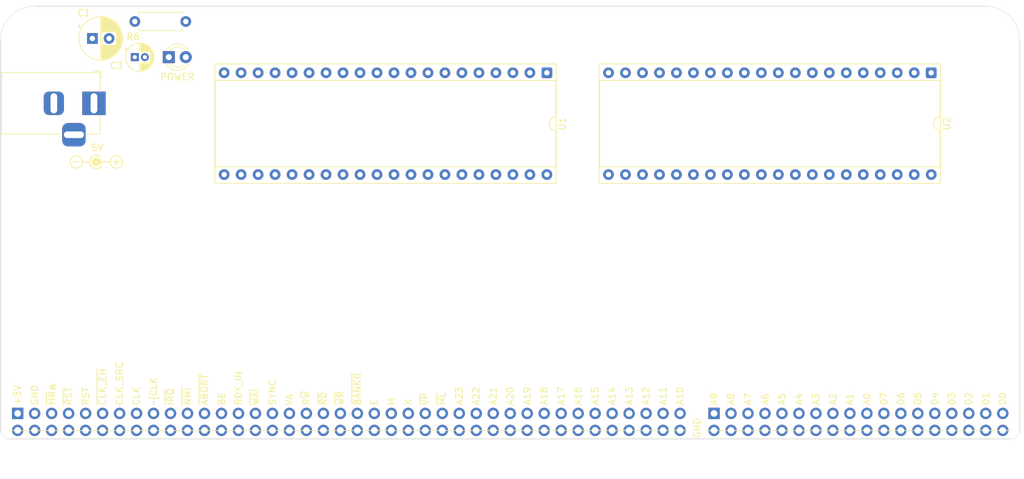
<source format=kicad_pcb>
(kicad_pcb (version 20241229) (generator "pcbnew") (generator_version "9.0")
  (title_block (title "65C816 Breakout Board") (date "2022-08-31") (rev "A.27") (comment 2 "https://github.com/adrienkohlbecker/BB816/tree/main/hardware/breakout") (comment 3 "Licensed under CERN-OHL-W v2") (comment 4 "Copyright © 2022 Adrien Kohlbecker"))
  (layers (0 "F.Cu" signal) (4 "In1.Cu" power) (6 "In2.Cu" power) (2 "B.Cu" signal) (13 "F.Paste" user) (15 "B.Paste" user) (5 "F.SilkS" user "F.Silkscreen") (7 "B.SilkS" user "B.Silkscreen") (1 "F.Mask" user) (3 "B.Mask" user) (25 "Edge.Cuts" user))
  (net 0 "")
  (net 1 "VCC")
  (net 2 "GND")
  (net 3 "/~{MR}⎒")
  (net 4 "Net-(D1-A)")
  (net 6 "/RST")
  (net 7 "/~{RST}")
  (net 8 "/CLK_SRC")
  (net 9 "/~{CLK_EN}")
  (net 10 "/CLK")
  (net 11 "/~{CLK}")
  (net 12 "/~{IRQ}")
  (net 13 "/~{NMI}")
  (net 14 "/~{ABORT}")
  (net 15 "/BE")
  (net 16 "/RDY_IN")
  (net 17 "/~{WAI}")
  (net 18 "/SYNC")
  (net 19 "/VA")
  (net 20 "/R~{W}")
  (net 21 "/~{RD}")
  (net 22 "/~{WR}")
  (net 23 "/E")
  (net 24 "/M")
  (net 25 "/X")
  (net 26 "/~{VP}")
  (net 27 "/~{ML}")
  (net 28 "/~{BANK0}")
  (net 29 "/A23")
  (net 30 "/A22")
  (net 31 "/A21")
  (net 32 "/A20")
  (net 33 "/A19")
  (net 34 "/A18")
  (net 35 "/A17")
  (net 36 "/A16")
  (net 37 "/A15")
  (net 38 "/A14")
  (net 39 "/A13")
  (net 40 "/A12")
  (net 41 "/A11")
  (net 42 "/A10")
  (net 43 "/A9")
  (net 44 "/A8")
  (net 45 "/A7")
  (net 46 "/A6")
  (net 47 "/A5")
  (net 48 "/A4")
  (net 49 "/A3")
  (net 50 "/A2")
  (net 51 "/A1")
  (net 52 "/A0")
  (net 53 "/D7")
  (net 54 "/D6")
  (net 55 "/D5")
  (net 56 "/D4")
  (net 57 "/D3")
  (net 58 "/D2")
  (net 59 "/D1")
  (net 60 "/D0")
  (footprint "Resistor_THT:R_Axial_DIN0207_L6.3mm_D2.5mm_P7.62mm_Horizontal" (layer "F.Cu") (at 53.081 68.326 180)
    (property "Reference" "R6" (at 7.874 -2.286 0) (layer "F.SilkS"))
    (property "Value" "1k")
    (pad "1" thru_hole circle (at 0 0 180) (size 1.6 1.6) (drill 0.8) (layers "*.Cu" "*.Mask") (net 4 "Net-(D1-A)"))
    (pad "2" thru_hole oval (at 7.62 0 180) (size 1.6 1.6) (drill 0.8) (layers "*.Cu" "*.Mask") (net 1 "VCC"))
  )
  (footprint "Package_DIP:DIP-40_W15.24mm_Socket" (layer "F.Cu") (at 107.08 76 -90)
    (property "Reference" "U1" (at 7.62 -2.33 90) (layer "F.SilkS"))
    (property "Value" "W65C22SxP")
    (pad "1" thru_hole roundrect (at 0 0 270) (size 1.6 1.6) (drill 0.8) (layers "*.Cu" "*.Mask") (roundrect_rratio 0.15625))
    (pad "2" thru_hole circle (at 0 2.54 270) (size 1.6 1.6) (drill 0.8) (layers "*.Cu" "*.Mask"))
    (pad "3" thru_hole circle (at 0 5.08 270) (size 1.6 1.6) (drill 0.8) (layers "*.Cu" "*.Mask"))
    (pad "4" thru_hole circle (at 0 7.62 270) (size 1.6 1.6) (drill 0.8) (layers "*.Cu" "*.Mask"))
    (pad "5" thru_hole circle (at 0 10.16 270) (size 1.6 1.6) (drill 0.8) (layers "*.Cu" "*.Mask"))
    (pad "6" thru_hole circle (at 0 12.7 270) (size 1.6 1.6) (drill 0.8) (layers "*.Cu" "*.Mask"))
    (pad "7" thru_hole circle (at 0 15.24 270) (size 1.6 1.6) (drill 0.8) (layers "*.Cu" "*.Mask"))
    (pad "8" thru_hole circle (at 0 17.78 270) (size 1.6 1.6) (drill 0.8) (layers "*.Cu" "*.Mask"))
    (pad "9" thru_hole circle (at 0 20.32 270) (size 1.6 1.6) (drill 0.8) (layers "*.Cu" "*.Mask"))
    (pad "10" thru_hole circle (at 0 22.86 270) (size 1.6 1.6) (drill 0.8) (layers "*.Cu" "*.Mask"))
    (pad "11" thru_hole circle (at 0 25.4 270) (size 1.6 1.6) (drill 0.8) (layers "*.Cu" "*.Mask"))
    (pad "12" thru_hole circle (at 0 27.94 270) (size 1.6 1.6) (drill 0.8) (layers "*.Cu" "*.Mask"))
    (pad "13" thru_hole circle (at 0 30.48 270) (size 1.6 1.6) (drill 0.8) (layers "*.Cu" "*.Mask"))
    (pad "14" thru_hole circle (at 0 33.02 270) (size 1.6 1.6) (drill 0.8) (layers "*.Cu" "*.Mask"))
    (pad "15" thru_hole circle (at 0 35.56 270) (size 1.6 1.6) (drill 0.8) (layers "*.Cu" "*.Mask"))
    (pad "16" thru_hole circle (at 0 38.1 270) (size 1.6 1.6) (drill 0.8) (layers "*.Cu" "*.Mask"))
    (pad "17" thru_hole circle (at 0 40.64 270) (size 1.6 1.6) (drill 0.8) (layers "*.Cu" "*.Mask"))
    (pad "18" thru_hole circle (at 0 43.18 270) (size 1.6 1.6) (drill 0.8) (layers "*.Cu" "*.Mask"))
    (pad "19" thru_hole circle (at 0 45.72 270) (size 1.6 1.6) (drill 0.8) (layers "*.Cu" "*.Mask"))
    (pad "20" thru_hole circle (at 0 48.26 270) (size 1.6 1.6) (drill 0.8) (layers "*.Cu" "*.Mask"))
    (pad "21" thru_hole circle (at 15.24 48.26 270) (size 1.6 1.6) (drill 0.8) (layers "*.Cu" "*.Mask"))
    (pad "22" thru_hole circle (at 15.24 45.72 270) (size 1.6 1.6) (drill 0.8) (layers "*.Cu" "*.Mask"))
    (pad "23" thru_hole circle (at 15.24 43.18 270) (size 1.6 1.6) (drill 0.8) (layers "*.Cu" "*.Mask"))
    (pad "24" thru_hole circle (at 15.24 40.64 270) (size 1.6 1.6) (drill 0.8) (layers "*.Cu" "*.Mask"))
    (pad "25" thru_hole circle (at 15.24 38.1 270) (size 1.6 1.6) (drill 0.8) (layers "*.Cu" "*.Mask"))
    (pad "26" thru_hole circle (at 15.24 35.56 270) (size 1.6 1.6) (drill 0.8) (layers "*.Cu" "*.Mask"))
    (pad "27" thru_hole circle (at 15.24 33.02 270) (size 1.6 1.6) (drill 0.8) (layers "*.Cu" "*.Mask"))
    (pad "28" thru_hole circle (at 15.24 30.48 270) (size 1.6 1.6) (drill 0.8) (layers "*.Cu" "*.Mask"))
    (pad "29" thru_hole circle (at 15.24 27.94 270) (size 1.6 1.6) (drill 0.8) (layers "*.Cu" "*.Mask"))
    (pad "30" thru_hole circle (at 15.24 25.4 270) (size 1.6 1.6) (drill 0.8) (layers "*.Cu" "*.Mask"))
    (pad "31" thru_hole circle (at 15.24 22.86 270) (size 1.6 1.6) (drill 0.8) (layers "*.Cu" "*.Mask"))
    (pad "32" thru_hole circle (at 15.24 20.32 270) (size 1.6 1.6) (drill 0.8) (layers "*.Cu" "*.Mask"))
    (pad "33" thru_hole circle (at 15.24 17.78 270) (size 1.6 1.6) (drill 0.8) (layers "*.Cu" "*.Mask"))
    (pad "34" thru_hole circle (at 15.24 15.24 270) (size 1.6 1.6) (drill 0.8) (layers "*.Cu" "*.Mask"))
    (pad "35" thru_hole circle (at 15.24 12.7 270) (size 1.6 1.6) (drill 0.8) (layers "*.Cu" "*.Mask"))
    (pad "36" thru_hole circle (at 15.24 10.16 270) (size 1.6 1.6) (drill 0.8) (layers "*.Cu" "*.Mask"))
    (pad "37" thru_hole circle (at 15.24 7.62 270) (size 1.6 1.6) (drill 0.8) (layers "*.Cu" "*.Mask"))
    (pad "38" thru_hole circle (at 15.24 5.08 270) (size 1.6 1.6) (drill 0.8) (layers "*.Cu" "*.Mask"))
    (pad "39" thru_hole circle (at 15.24 2.54 270) (size 1.6 1.6) (drill 0.8) (layers "*.Cu" "*.Mask"))
    (pad "40" thru_hole circle (at 15.24 0 270) (size 1.6 1.6) (drill 0.8) (layers "*.Cu" "*.Mask"))
  )
  (footprint "Capacitor_THT:CP_Radial_D6.3mm_P2.50mm" (layer "F.Cu") (at 39.111 70.866)
    (property "Reference" "C1" (at -1.27 -3.81 0) (layer "F.SilkS"))
    (property "Value" "220u")
    (pad "1" thru_hole rect (at 0 0) (size 1.6 1.6) (drill 0.8) (layers "*.Cu" "*.Mask") (net 1 "VCC"))
    (pad "2" thru_hole circle (at 2.5 0) (size 1.6 1.6) (drill 0.8) (layers "*.Cu" "*.Mask") (net 2 "GND"))
  )
  (footprint "Symbol:Symbol_Barrel_Polarity" (layer "F.Cu") (at 39.72 89.281)
    (property "Reference" "REF**" (hide yes))
    (property "Value" "Symbol_Barrel_Polarity")
  )
  (footprint "LED_THT:LED_D3.0mm" (layer "F.Cu") (at 50.541 73.66)
    (property "Reference" "D1" (hide yes))
    (property "Value" "POWER" (at 1.27 2.96 0) (layer "F.SilkS"))
    (pad "1" thru_hole rect (at 0 0) (size 1.8 1.8) (drill 0.9) (layers "*.Cu" "*.Mask") (net 2 "GND"))
    (pad "2" thru_hole circle (at 2.54 0) (size 1.8 1.8) (drill 0.9) (layers "*.Cu" "*.Mask") (net 4 "Net-(D1-A)"))
  )
  (footprint "Connector_BarrelJack:BarrelJack_Horizontal" (layer "F.Cu") (at 39.3502 80.5765)
    (property "Reference" "J1" (hide yes))
    (property "Value" "Barrel_Jack_Switch")
    (pad "1" thru_hole rect (at 0 0) (size 3.5 3.5) (drill oval 1 3) (layers "*.Cu" "*.Mask") (net 1 "VCC"))
    (pad "2" thru_hole roundrect (at -6 0) (size 3 3.5) (drill oval 1 3) (layers "*.Cu" "*.Mask") (net 2 "GND"))
    (pad "3" thru_hole roundrect (at -3 4.7) (size 3.5 3.5) (drill oval 3 1) (layers "*.Cu" "*.Mask"))
  )
  (footprint "Capacitor_THT:CP_Radial_D4.0mm_P1.50mm" (layer "F.Cu") (at 45.461 73.66)
    (property "Reference" "C3" (at -2.739 1.27 0) (layer "F.SilkS"))
    (property "Value" "10u")
    (pad "1" thru_hole rect (at 0 0) (size 1.2 1.2) (drill 0.6) (layers "*.Cu" "*.Mask") (net 1 "VCC"))
    (pad "2" thru_hole circle (at 1.5 0) (size 1.2 1.2) (drill 0.6) (layers "*.Cu" "*.Mask") (net 2 "GND"))
  )
  (footprint "Package_DIP:DIP-40_W15.24mm_Socket" (layer "F.Cu") (at 164.56 76 -90)
    (property "Reference" "U2" (at 7.62 -2.33 90) (layer "F.SilkS"))
    (property "Value" "W65C22SxP")
    (pad "1" thru_hole roundrect (at 0 0 270) (size 1.6 1.6) (drill 0.8) (layers "*.Cu" "*.Mask") (roundrect_rratio 0.15625))
    (pad "2" thru_hole circle (at 0 2.54 270) (size 1.6 1.6) (drill 0.8) (layers "*.Cu" "*.Mask"))
    (pad "3" thru_hole circle (at 0 5.08 270) (size 1.6 1.6) (drill 0.8) (layers "*.Cu" "*.Mask"))
    (pad "4" thru_hole circle (at 0 7.62 270) (size 1.6 1.6) (drill 0.8) (layers "*.Cu" "*.Mask"))
    (pad "5" thru_hole circle (at 0 10.16 270) (size 1.6 1.6) (drill 0.8) (layers "*.Cu" "*.Mask"))
    (pad "6" thru_hole circle (at 0 12.7 270) (size 1.6 1.6) (drill 0.8) (layers "*.Cu" "*.Mask"))
    (pad "7" thru_hole circle (at 0 15.24 270) (size 1.6 1.6) (drill 0.8) (layers "*.Cu" "*.Mask"))
    (pad "8" thru_hole circle (at 0 17.78 270) (size 1.6 1.6) (drill 0.8) (layers "*.Cu" "*.Mask"))
    (pad "9" thru_hole circle (at 0 20.32 270) (size 1.6 1.6) (drill 0.8) (layers "*.Cu" "*.Mask"))
    (pad "10" thru_hole circle (at 0 22.86 270) (size 1.6 1.6) (drill 0.8) (layers "*.Cu" "*.Mask"))
    (pad "11" thru_hole circle (at 0 25.4 270) (size 1.6 1.6) (drill 0.8) (layers "*.Cu" "*.Mask"))
    (pad "12" thru_hole circle (at 0 27.94 270) (size 1.6 1.6) (drill 0.8) (layers "*.Cu" "*.Mask"))
    (pad "13" thru_hole circle (at 0 30.48 270) (size 1.6 1.6) (drill 0.8) (layers "*.Cu" "*.Mask"))
    (pad "14" thru_hole circle (at 0 33.02 270) (size 1.6 1.6) (drill 0.8) (layers "*.Cu" "*.Mask"))
    (pad "15" thru_hole circle (at 0 35.56 270) (size 1.6 1.6) (drill 0.8) (layers "*.Cu" "*.Mask"))
    (pad "16" thru_hole circle (at 0 38.1 270) (size 1.6 1.6) (drill 0.8) (layers "*.Cu" "*.Mask"))
    (pad "17" thru_hole circle (at 0 40.64 270) (size 1.6 1.6) (drill 0.8) (layers "*.Cu" "*.Mask"))
    (pad "18" thru_hole circle (at 0 43.18 270) (size 1.6 1.6) (drill 0.8) (layers "*.Cu" "*.Mask"))
    (pad "19" thru_hole circle (at 0 45.72 270) (size 1.6 1.6) (drill 0.8) (layers "*.Cu" "*.Mask"))
    (pad "20" thru_hole circle (at 0 48.26 270) (size 1.6 1.6) (drill 0.8) (layers "*.Cu" "*.Mask"))
    (pad "21" thru_hole circle (at 15.24 48.26 270) (size 1.6 1.6) (drill 0.8) (layers "*.Cu" "*.Mask"))
    (pad "22" thru_hole circle (at 15.24 45.72 270) (size 1.6 1.6) (drill 0.8) (layers "*.Cu" "*.Mask"))
    (pad "23" thru_hole circle (at 15.24 43.18 270) (size 1.6 1.6) (drill 0.8) (layers "*.Cu" "*.Mask"))
    (pad "24" thru_hole circle (at 15.24 40.64 270) (size 1.6 1.6) (drill 0.8) (layers "*.Cu" "*.Mask"))
    (pad "25" thru_hole circle (at 15.24 38.1 270) (size 1.6 1.6) (drill 0.8) (layers "*.Cu" "*.Mask"))
    (pad "26" thru_hole circle (at 15.24 35.56 270) (size 1.6 1.6) (drill 0.8) (layers "*.Cu" "*.Mask"))
    (pad "27" thru_hole circle (at 15.24 33.02 270) (size 1.6 1.6) (drill 0.8) (layers "*.Cu" "*.Mask"))
    (pad "28" thru_hole circle (at 15.24 30.48 270) (size 1.6 1.6) (drill 0.8) (layers "*.Cu" "*.Mask"))
    (pad "29" thru_hole circle (at 15.24 27.94 270) (size 1.6 1.6) (drill 0.8) (layers "*.Cu" "*.Mask"))
    (pad "30" thru_hole circle (at 15.24 25.4 270) (size 1.6 1.6) (drill 0.8) (layers "*.Cu" "*.Mask"))
    (pad "31" thru_hole circle (at 15.24 22.86 270) (size 1.6 1.6) (drill 0.8) (layers "*.Cu" "*.Mask"))
    (pad "32" thru_hole circle (at 15.24 20.32 270) (size 1.6 1.6) (drill 0.8) (layers "*.Cu" "*.Mask"))
    (pad "33" thru_hole circle (at 15.24 17.78 270) (size 1.6 1.6) (drill 0.8) (layers "*.Cu" "*.Mask"))
    (pad "34" thru_hole circle (at 15.24 15.24 270) (size 1.6 1.6) (drill 0.8) (layers "*.Cu" "*.Mask"))
    (pad "35" thru_hole circle (at 15.24 12.7 270) (size 1.6 1.6) (drill 0.8) (layers "*.Cu" "*.Mask"))
    (pad "36" thru_hole circle (at 15.24 10.16 270) (size 1.6 1.6) (drill 0.8) (layers "*.Cu" "*.Mask"))
    (pad "37" thru_hole circle (at 15.24 7.62 270) (size 1.6 1.6) (drill 0.8) (layers "*.Cu" "*.Mask"))
    (pad "38" thru_hole circle (at 15.24 5.08 270) (size 1.6 1.6) (drill 0.8) (layers "*.Cu" "*.Mask"))
    (pad "39" thru_hole circle (at 15.24 2.54 270) (size 1.6 1.6) (drill 0.8) (layers "*.Cu" "*.Mask"))
    (pad "40" thru_hole circle (at 15.24 0 270) (size 1.6 1.6) (drill 0.8) (layers "*.Cu" "*.Mask"))
  )
  (footprint "Connector_PinHeader_2.54mm:PinHeader_2x18_P2.54mm_Vertical" (layer "B.Cu") (at 132.08 127 -90)
    (property "Reference" "J3" (hide yes))
    (property "Value" "Conn_02x18_Odd_Even")
    (pad "1" thru_hole rect (at 0 0 270) (size 1.7 1.7) (drill 1) (layers "*.Cu" "*.Mask") (net 43 "/A9"))
    (pad "2" thru_hole oval (at 2.54 0 270) (size 1.7 1.7) (drill 1) (layers "*.Cu" "*.Mask") (net 2 "GND"))
    (pad "3" thru_hole oval (at 0 -2.54 270) (size 1.7 1.7) (drill 1) (layers "*.Cu" "*.Mask") (net 44 "/A8"))
    (pad "4" thru_hole oval (at 2.54 -2.54 270) (size 1.7 1.7) (drill 1) (layers "*.Cu" "*.Mask") (net 2 "GND"))
    (pad "5" thru_hole oval (at 0 -5.08 270) (size 1.7 1.7) (drill 1) (layers "*.Cu" "*.Mask") (net 45 "/A7"))
    (pad "6" thru_hole oval (at 2.54 -5.08 270) (size 1.7 1.7) (drill 1) (layers "*.Cu" "*.Mask") (net 2 "GND"))
    (pad "7" thru_hole oval (at 0 -7.62 270) (size 1.7 1.7) (drill 1) (layers "*.Cu" "*.Mask") (net 46 "/A6"))
    (pad "8" thru_hole oval (at 2.54 -7.62 270) (size 1.7 1.7) (drill 1) (layers "*.Cu" "*.Mask") (net 2 "GND"))
    (pad "9" thru_hole oval (at 0 -10.16 270) (size 1.7 1.7) (drill 1) (layers "*.Cu" "*.Mask") (net 47 "/A5"))
    (pad "10" thru_hole oval (at 2.54 -10.16 270) (size 1.7 1.7) (drill 1) (layers "*.Cu" "*.Mask") (net 2 "GND"))
    (pad "11" thru_hole oval (at 0 -12.7 270) (size 1.7 1.7) (drill 1) (layers "*.Cu" "*.Mask") (net 48 "/A4"))
    (pad "12" thru_hole oval (at 2.54 -12.7 270) (size 1.7 1.7) (drill 1) (layers "*.Cu" "*.Mask") (net 2 "GND"))
    (pad "13" thru_hole oval (at 0 -15.24 270) (size 1.7 1.7) (drill 1) (layers "*.Cu" "*.Mask") (net 49 "/A3"))
    (pad "14" thru_hole oval (at 2.54 -15.24 270) (size 1.7 1.7) (drill 1) (layers "*.Cu" "*.Mask") (net 2 "GND"))
    (pad "15" thru_hole oval (at 0 -17.78 270) (size 1.7 1.7) (drill 1) (layers "*.Cu" "*.Mask") (net 50 "/A2"))
    (pad "16" thru_hole oval (at 2.54 -17.78 270) (size 1.7 1.7) (drill 1) (layers "*.Cu" "*.Mask") (net 2 "GND"))
    (pad "17" thru_hole oval (at 0 -20.32 270) (size 1.7 1.7) (drill 1) (layers "*.Cu" "*.Mask") (net 51 "/A1"))
    (pad "18" thru_hole oval (at 2.54 -20.32 270) (size 1.7 1.7) (drill 1) (layers "*.Cu" "*.Mask") (net 2 "GND"))
    (pad "19" thru_hole oval (at 0 -22.86 270) (size 1.7 1.7) (drill 1) (layers "*.Cu" "*.Mask") (net 52 "/A0"))
    (pad "20" thru_hole oval (at 2.54 -22.86 270) (size 1.7 1.7) (drill 1) (layers "*.Cu" "*.Mask") (net 2 "GND"))
    (pad "21" thru_hole oval (at 0 -25.4 270) (size 1.7 1.7) (drill 1) (layers "*.Cu" "*.Mask") (net 53 "/D7"))
    (pad "22" thru_hole oval (at 2.54 -25.4 270) (size 1.7 1.7) (drill 1) (layers "*.Cu" "*.Mask") (net 2 "GND"))
    (pad "23" thru_hole oval (at 0 -27.94 270) (size 1.7 1.7) (drill 1) (layers "*.Cu" "*.Mask") (net 54 "/D6"))
    (pad "24" thru_hole oval (at 2.54 -27.94 270) (size 1.7 1.7) (drill 1) (layers "*.Cu" "*.Mask") (net 2 "GND"))
    (pad "25" thru_hole oval (at 0 -30.48 270) (size 1.7 1.7) (drill 1) (layers "*.Cu" "*.Mask") (net 55 "/D5"))
    (pad "26" thru_hole oval (at 2.54 -30.48 270) (size 1.7 1.7) (drill 1) (layers "*.Cu" "*.Mask") (net 2 "GND"))
    (pad "27" thru_hole oval (at 0 -33.02 270) (size 1.7 1.7) (drill 1) (layers "*.Cu" "*.Mask") (net 56 "/D4"))
    (pad "28" thru_hole oval (at 2.54 -33.02 270) (size 1.7 1.7) (drill 1) (layers "*.Cu" "*.Mask") (net 2 "GND"))
    (pad "29" thru_hole oval (at 0 -35.56 270) (size 1.7 1.7) (drill 1) (layers "*.Cu" "*.Mask") (net 57 "/D3"))
    (pad "30" thru_hole oval (at 2.54 -35.56 270) (size 1.7 1.7) (drill 1) (layers "*.Cu" "*.Mask") (net 2 "GND"))
    (pad "31" thru_hole oval (at 0 -38.1 270) (size 1.7 1.7) (drill 1) (layers "*.Cu" "*.Mask") (net 58 "/D2"))
    (pad "32" thru_hole oval (at 2.54 -38.1 270) (size 1.7 1.7) (drill 1) (layers "*.Cu" "*.Mask") (net 2 "GND"))
    (pad "33" thru_hole oval (at 0 -40.64 270) (size 1.7 1.7) (drill 1) (layers "*.Cu" "*.Mask") (net 59 "/D1"))
    (pad "34" thru_hole oval (at 2.54 -40.64 270) (size 1.7 1.7) (drill 1) (layers "*.Cu" "*.Mask") (net 2 "GND"))
    (pad "35" thru_hole oval (at 0 -43.18 270) (size 1.7 1.7) (drill 1) (layers "*.Cu" "*.Mask") (net 60 "/D0"))
    (pad "36" thru_hole oval (at 2.54 -43.18 270) (size 1.7 1.7) (drill 1) (layers "*.Cu" "*.Mask") (net 2 "GND"))
  )
  (footprint "Connector_PinHeader_2.54mm:PinHeader_2x40_P2.54mm_Vertical" (layer "B.Cu") (at 27.94 127 -90)
    (property "Reference" "J2" (hide yes))
    (property "Value" "Conn_02x40_Odd_Even")
    (pad "1" thru_hole rect (at 0 0 270) (size 1.7 1.7) (drill 1) (layers "*.Cu" "*.Mask") (net 1 "VCC"))
    (pad "2" thru_hole oval (at 2.54 0 270) (size 1.7 1.7) (drill 1) (layers "*.Cu" "*.Mask") (net 2 "GND"))
    (pad "3" thru_hole oval (at 0 -2.54 270) (size 1.7 1.7) (drill 1) (layers "*.Cu" "*.Mask") (net 2 "GND"))
    (pad "4" thru_hole oval (at 2.54 -2.54 270) (size 1.7 1.7) (drill 1) (layers "*.Cu" "*.Mask") (net 2 "GND"))
    (pad "5" thru_hole oval (at 0 -5.08 270) (size 1.7 1.7) (drill 1) (layers "*.Cu" "*.Mask") (net 3 "/~{MR}⎒"))
    (pad "6" thru_hole oval (at 2.54 -5.08 270) (size 1.7 1.7) (drill 1) (layers "*.Cu" "*.Mask") (net 2 "GND"))
    (pad "7" thru_hole oval (at 0 -7.62 270) (size 1.7 1.7) (drill 1) (layers "*.Cu" "*.Mask") (net 7 "/~{RST}"))
    (pad "8" thru_hole oval (at 2.54 -7.62 270) (size 1.7 1.7) (drill 1) (layers "*.Cu" "*.Mask") (net 2 "GND"))
    (pad "9" thru_hole oval (at 0 -10.16 270) (size 1.7 1.7) (drill 1) (layers "*.Cu" "*.Mask") (net 6 "/RST"))
    (pad "10" thru_hole oval (at 2.54 -10.16 270) (size 1.7 1.7) (drill 1) (layers "*.Cu" "*.Mask") (net 2 "GND"))
    (pad "11" thru_hole oval (at 0 -12.7 270) (size 1.7 1.7) (drill 1) (layers "*.Cu" "*.Mask") (net 9 "/~{CLK_EN}"))
    (pad "12" thru_hole oval (at 2.54 -12.7 270) (size 1.7 1.7) (drill 1) (layers "*.Cu" "*.Mask") (net 2 "GND"))
    (pad "13" thru_hole oval (at 0 -15.24 270) (size 1.7 1.7) (drill 1) (layers "*.Cu" "*.Mask") (net 8 "/CLK_SRC"))
    (pad "14" thru_hole oval (at 2.54 -15.24 270) (size 1.7 1.7) (drill 1) (layers "*.Cu" "*.Mask") (net 2 "GND"))
    (pad "15" thru_hole oval (at 0 -17.78 270) (size 1.7 1.7) (drill 1) (layers "*.Cu" "*.Mask") (net 10 "/CLK"))
    (pad "16" thru_hole oval (at 2.54 -17.78 270) (size 1.7 1.7) (drill 1) (layers "*.Cu" "*.Mask") (net 2 "GND"))
    (pad "17" thru_hole oval (at 0 -20.32 270) (size 1.7 1.7) (drill 1) (layers "*.Cu" "*.Mask") (net 11 "/~{CLK}"))
    (pad "18" thru_hole oval (at 2.54 -20.32 270) (size 1.7 1.7) (drill 1) (layers "*.Cu" "*.Mask") (net 2 "GND"))
    (pad "19" thru_hole oval (at 0 -22.86 270) (size 1.7 1.7) (drill 1) (layers "*.Cu" "*.Mask") (net 12 "/~{IRQ}"))
    (pad "20" thru_hole oval (at 2.54 -22.86 270) (size 1.7 1.7) (drill 1) (layers "*.Cu" "*.Mask") (net 2 "GND"))
    (pad "21" thru_hole oval (at 0 -25.4 270) (size 1.7 1.7) (drill 1) (layers "*.Cu" "*.Mask") (net 13 "/~{NMI}"))
    (pad "22" thru_hole oval (at 2.54 -25.4 270) (size 1.7 1.7) (drill 1) (layers "*.Cu" "*.Mask") (net 2 "GND"))
    (pad "23" thru_hole oval (at 0 -27.94 270) (size 1.7 1.7) (drill 1) (layers "*.Cu" "*.Mask") (net 14 "/~{ABORT}"))
    (pad "24" thru_hole oval (at 2.54 -27.94 270) (size 1.7 1.7) (drill 1) (layers "*.Cu" "*.Mask") (net 2 "GND"))
    (pad "25" thru_hole oval (at 0 -30.48 270) (size 1.7 1.7) (drill 1) (layers "*.Cu" "*.Mask") (net 15 "/BE"))
    (pad "26" thru_hole oval (at 2.54 -30.48 270) (size 1.7 1.7) (drill 1) (layers "*.Cu" "*.Mask") (net 2 "GND"))
    (pad "27" thru_hole oval (at 0 -33.02 270) (size 1.7 1.7) (drill 1) (layers "*.Cu" "*.Mask") (net 16 "/RDY_IN"))
    (pad "28" thru_hole oval (at 2.54 -33.02 270) (size 1.7 1.7) (drill 1) (layers "*.Cu" "*.Mask") (net 2 "GND"))
    (pad "29" thru_hole oval (at 0 -35.56 270) (size 1.7 1.7) (drill 1) (layers "*.Cu" "*.Mask") (net 17 "/~{WAI}"))
    (pad "30" thru_hole oval (at 2.54 -35.56 270) (size 1.7 1.7) (drill 1) (layers "*.Cu" "*.Mask") (net 2 "GND"))
    (pad "31" thru_hole oval (at 0 -38.1 270) (size 1.7 1.7) (drill 1) (layers "*.Cu" "*.Mask") (net 18 "/SYNC"))
    (pad "32" thru_hole oval (at 2.54 -38.1 270) (size 1.7 1.7) (drill 1) (layers "*.Cu" "*.Mask") (net 2 "GND"))
    (pad "33" thru_hole oval (at 0 -40.64 270) (size 1.7 1.7) (drill 1) (layers "*.Cu" "*.Mask") (net 19 "/VA"))
    (pad "34" thru_hole oval (at 2.54 -40.64 270) (size 1.7 1.7) (drill 1) (layers "*.Cu" "*.Mask") (net 2 "GND"))
    (pad "35" thru_hole oval (at 0 -43.18 270) (size 1.7 1.7) (drill 1) (layers "*.Cu" "*.Mask") (net 20 "/R~{W}"))
    (pad "36" thru_hole oval (at 2.54 -43.18 270) (size 1.7 1.7) (drill 1) (layers "*.Cu" "*.Mask") (net 2 "GND"))
    (pad "37" thru_hole oval (at 0 -45.72 270) (size 1.7 1.7) (drill 1) (layers "*.Cu" "*.Mask") (net 21 "/~{RD}"))
    (pad "38" thru_hole oval (at 2.54 -45.72 270) (size 1.7 1.7) (drill 1) (layers "*.Cu" "*.Mask") (net 2 "GND"))
    (pad "39" thru_hole oval (at 0 -48.26 270) (size 1.7 1.7) (drill 1) (layers "*.Cu" "*.Mask") (net 22 "/~{WR}"))
    (pad "40" thru_hole oval (at 2.54 -48.26 270) (size 1.7 1.7) (drill 1) (layers "*.Cu" "*.Mask") (net 2 "GND"))
    (pad "41" thru_hole oval (at 0 -50.8 270) (size 1.7 1.7) (drill 1) (layers "*.Cu" "*.Mask") (net 28 "/~{BANK0}"))
    (pad "42" thru_hole oval (at 2.54 -50.8 270) (size 1.7 1.7) (drill 1) (layers "*.Cu" "*.Mask") (net 2 "GND"))
    (pad "43" thru_hole oval (at 0 -53.34 270) (size 1.7 1.7) (drill 1) (layers "*.Cu" "*.Mask") (net 23 "/E"))
    (pad "44" thru_hole oval (at 2.54 -53.34 270) (size 1.7 1.7) (drill 1) (layers "*.Cu" "*.Mask") (net 2 "GND"))
    (pad "45" thru_hole oval (at 0 -55.88 270) (size 1.7 1.7) (drill 1) (layers "*.Cu" "*.Mask") (net 24 "/M"))
    (pad "46" thru_hole oval (at 2.54 -55.88 270) (size 1.7 1.7) (drill 1) (layers "*.Cu" "*.Mask") (net 2 "GND"))
    (pad "47" thru_hole oval (at 0 -58.42 270) (size 1.7 1.7) (drill 1) (layers "*.Cu" "*.Mask") (net 25 "/X"))
    (pad "48" thru_hole oval (at 2.54 -58.42 270) (size 1.7 1.7) (drill 1) (layers "*.Cu" "*.Mask") (net 2 "GND"))
    (pad "49" thru_hole oval (at 0 -60.96 270) (size 1.7 1.7) (drill 1) (layers "*.Cu" "*.Mask") (net 26 "/~{VP}"))
    (pad "50" thru_hole oval (at 2.54 -60.96 270) (size 1.7 1.7) (drill 1) (layers "*.Cu" "*.Mask") (net 2 "GND"))
    (pad "51" thru_hole oval (at 0 -63.5 270) (size 1.7 1.7) (drill 1) (layers "*.Cu" "*.Mask") (net 27 "/~{ML}"))
    (pad "52" thru_hole oval (at 2.54 -63.5 270) (size 1.7 1.7) (drill 1) (layers "*.Cu" "*.Mask") (net 2 "GND"))
    (pad "53" thru_hole oval (at 0 -66.04 270) (size 1.7 1.7) (drill 1) (layers "*.Cu" "*.Mask") (net 29 "/A23"))
    (pad "54" thru_hole oval (at 2.54 -66.04 270) (size 1.7 1.7) (drill 1) (layers "*.Cu" "*.Mask") (net 2 "GND"))
    (pad "55" thru_hole oval (at 0 -68.58 270) (size 1.7 1.7) (drill 1) (layers "*.Cu" "*.Mask") (net 30 "/A22"))
    (pad "56" thru_hole oval (at 2.54 -68.58 270) (size 1.7 1.7) (drill 1) (layers "*.Cu" "*.Mask") (net 2 "GND"))
    (pad "57" thru_hole oval (at 0 -71.12 270) (size 1.7 1.7) (drill 1) (layers "*.Cu" "*.Mask") (net 31 "/A21"))
    (pad "58" thru_hole oval (at 2.54 -71.12 270) (size 1.7 1.7) (drill 1) (layers "*.Cu" "*.Mask") (net 2 "GND"))
    (pad "59" thru_hole oval (at 0 -73.66 270) (size 1.7 1.7) (drill 1) (layers "*.Cu" "*.Mask") (net 32 "/A20"))
    (pad "60" thru_hole oval (at 2.54 -73.66 270) (size 1.7 1.7) (drill 1) (layers "*.Cu" "*.Mask") (net 2 "GND"))
    (pad "61" thru_hole oval (at 0 -76.2 270) (size 1.7 1.7) (drill 1) (layers "*.Cu" "*.Mask") (net 33 "/A19"))
    (pad "62" thru_hole oval (at 2.54 -76.2 270) (size 1.7 1.7) (drill 1) (layers "*.Cu" "*.Mask") (net 2 "GND"))
    (pad "63" thru_hole oval (at 0 -78.74 270) (size 1.7 1.7) (drill 1) (layers "*.Cu" "*.Mask") (net 34 "/A18"))
    (pad "64" thru_hole oval (at 2.54 -78.74 270) (size 1.7 1.7) (drill 1) (layers "*.Cu" "*.Mask") (net 2 "GND"))
    (pad "65" thru_hole oval (at 0 -81.28 270) (size 1.7 1.7) (drill 1) (layers "*.Cu" "*.Mask") (net 35 "/A17"))
    (pad "66" thru_hole oval (at 2.54 -81.28 270) (size 1.7 1.7) (drill 1) (layers "*.Cu" "*.Mask") (net 2 "GND"))
    (pad "67" thru_hole oval (at 0 -83.82 270) (size 1.7 1.7) (drill 1) (layers "*.Cu" "*.Mask") (net 36 "/A16"))
    (pad "68" thru_hole oval (at 2.54 -83.82 270) (size 1.7 1.7) (drill 1) (layers "*.Cu" "*.Mask") (net 2 "GND"))
    (pad "69" thru_hole oval (at 0 -86.36 270) (size 1.7 1.7) (drill 1) (layers "*.Cu" "*.Mask") (net 37 "/A15"))
    (pad "70" thru_hole oval (at 2.54 -86.36 270) (size 1.7 1.7) (drill 1) (layers "*.Cu" "*.Mask") (net 2 "GND"))
    (pad "71" thru_hole oval (at 0 -88.9 270) (size 1.7 1.7) (drill 1) (layers "*.Cu" "*.Mask") (net 38 "/A14"))
    (pad "72" thru_hole oval (at 2.54 -88.9 270) (size 1.7 1.7) (drill 1) (layers "*.Cu" "*.Mask") (net 2 "GND"))
    (pad "73" thru_hole oval (at 0 -91.44 270) (size 1.7 1.7) (drill 1) (layers "*.Cu" "*.Mask") (net 39 "/A13"))
    (pad "74" thru_hole oval (at 2.54 -91.44 270) (size 1.7 1.7) (drill 1) (layers "*.Cu" "*.Mask") (net 2 "GND"))
    (pad "75" thru_hole oval (at 0 -93.98 270) (size 1.7 1.7) (drill 1) (layers "*.Cu" "*.Mask") (net 40 "/A12"))
    (pad "76" thru_hole oval (at 2.54 -93.98 270) (size 1.7 1.7) (drill 1) (layers "*.Cu" "*.Mask") (net 2 "GND"))
    (pad "77" thru_hole oval (at 0 -96.52 270) (size 1.7 1.7) (drill 1) (layers "*.Cu" "*.Mask") (net 41 "/A11"))
    (pad "78" thru_hole oval (at 2.54 -96.52 270) (size 1.7 1.7) (drill 1) (layers "*.Cu" "*.Mask") (net 2 "GND"))
    (pad "79" thru_hole oval (at 0 -99.06 270) (size 1.7 1.7) (drill 1) (layers "*.Cu" "*.Mask") (net 42 "/A10"))
    (pad "80" thru_hole oval (at 2.54 -99.06 270) (size 1.7 1.7) (drill 1) (layers "*.Cu" "*.Mask") (net 2 "GND"))
  )
  (gr_line (start 128.27 129.54) (end 26.61 129.57) (stroke (width 0.12)) (layer "F.SilkS"))
  (gr_line (start 176.59 129.54) (end 130.75 129.57) (stroke (width 0.12)) (layer "F.SilkS"))
  (gr_line (start 30.48 66.04) (end 172.72 66.04) (stroke (width 0.1)) (layer "Edge.Cuts"))
  (gr_line (start 25.4 129.54) (end 25.4 71.12) (stroke (width 0.1)) (layer "Edge.Cuts"))
  (gr_arc (start 177.8 129.54) (mid 177.428026 130.438026) (end 176.53 130.81) (stroke (width 0.05)) (layer "Edge.Cuts"))
  (gr_line (start 177.8 71.12) (end 177.8 129.54) (stroke (width 0.1)) (layer "Edge.Cuts"))
  (gr_arc (start 25.4 71.12) (mid 26.887898 67.527898) (end 30.48 66.04) (stroke (width 0.05)) (layer "Edge.Cuts"))
  (gr_arc (start 172.72 66.04) (mid 176.312102 67.527898) (end 177.8 71.12) (stroke (width 0.05)) (layer "Edge.Cuts"))
  (gr_line (start 176.53 130.81) (end 26.67 130.81) (stroke (width 0.1)) (layer "Edge.Cuts"))
  (gr_arc (start 26.67 130.81) (mid 25.771974 130.438026) (end 25.4 129.54) (stroke (width 0.05)) (layer "Edge.Cuts"))
  (gr_text "+" (at 42.72 89.281 0) (layer "F.SilkS") (effects (font (size 1 1))))
  (gr_text "GND" (at 30.48 125.8824 90) (layer "F.SilkS") (effects (font (size 1 1)) (justify left)))
  (gr_text "~{ABORT}" (at 55.88 125.8824 90) (layer "F.SilkS") (effects (font (size 1 1)) (justify left)))
  (gr_text "D1\n" (at 172.72 125.8724 90) (layer "F.SilkS") (effects (font (size 1 1)) (justify left)))
  (gr_text "A18" (at 106.68 125.8824 90) (layer "F.SilkS") (effects (font (size 1 1)) (justify left)))
  (gr_text "~{CLK" (at 48.26 125.8824 90) (layer "F.SilkS") (effects (font (size 1 1)) (justify left)))
  (gr_text "A19" (at 104.14 125.8824 90) (layer "F.SilkS") (effects (font (size 1 1)) (justify left)))
  (gr_text "CLK" (at 45.72 125.8824 90) (layer "F.SilkS") (effects (font (size 1 1)) (justify left)))
  (gr_text "D7" (at 157.48 125.8724 90) (layer "F.SilkS") (effects (font (size 1 1)) (justify left)))
  (gr_text "A10" (at 127 125.8724 90) (layer "F.SilkS") (effects (font (size 1 1)) (justify left)))
  (gr_text "~{IRQ}" (at 50.8 125.8824 90) (layer "F.SilkS") (effects (font (size 1 1)) (justify left)))
  (gr_text "A8" (at 134.62 125.8724 90) (layer "F.SilkS") (effects (font (size 1 1)) (justify left)))
  (gr_text "A12" (at 121.92 125.8724 90) (layer "F.SilkS") (effects (font (size 1 1)) (justify left)))
  (gr_text "~{RST}" (at 35.56 125.8824 90) (layer "F.SilkS") (effects (font (size 1 1)) (justify left)))
  (gr_text "5V" (at 38.831 87.226 0) (layer "F.SilkS") (effects (font (size 1 1)) (justify left)))
  (gr_text "RDY_IN" (at 60.96 125.8824 90) (layer "F.SilkS") (effects (font (size 1 1)) (justify left)))
  (gr_text "A22" (at 96.52 125.8824 90) (layer "F.SilkS") (effects (font (size 1 1)) (justify left)))
  (gr_text "~{WAI}" (at 63.5 125.8824 90) (layer "F.SilkS") (effects (font (size 1 1)) (justify left)))
  (gr_text "A21" (at 99.06 125.8824 90) (layer "F.SilkS") (effects (font (size 1 1)) (justify left)))
  (gr_text "D4" (at 165.1 125.8724 90) (layer "F.SilkS") (effects (font (size 1 1)) (justify left)))
  (gr_text "D6" (at 160.02 125.8724 90) (layer "F.SilkS") (effects (font (size 1 1)) (justify left)))
  (gr_text "-" (at 36.672 89.281 0) (layer "F.SilkS") (effects (font (size 1 1))))
  (gr_text "A17" (at 109.22 125.8724 90) (layer "F.SilkS") (effects (font (size 1 1)) (justify left)))
  (gr_text "A6" (at 139.7 125.8724 90) (layer "F.SilkS") (effects (font (size 1 1)) (justify left)))
  (gr_text "A2" (at 149.86 125.8724 90) (layer "F.SilkS") (effects (font (size 1 1)) (justify left)))
  (gr_text "D3" (at 167.64 125.8724 90) (layer "F.SilkS") (effects (font (size 1 1)) (justify left)))
  (gr_text "A9" (at 132.08 125.8724 90) (layer "F.SilkS") (effects (font (size 1 1)) (justify left)))
  (gr_text "A11" (at 124.46 125.8724 90) (layer "F.SilkS") (effects (font (size 1 1)) (justify left)))
  (gr_text "~{RD}" (at 73.66 125.8824 90) (layer "F.SilkS") (effects (font (size 1 1)) (justify left)))
  (gr_text "D5" (at 162.56 125.8724 90) (layer "F.SilkS") (effects (font (size 1 1)) (justify left)))
  (gr_text "X" (at 86.36 125.8824 90) (layer "F.SilkS") (effects (font (size 1 1)) (justify left)))
  (gr_text "D2" (at 170.18 125.8724 90) (layer "F.SilkS") (effects (font (size 1 1)) (justify left)))
  (gr_text "A4" (at 144.78 125.8724 90) (layer "F.SilkS") (effects (font (size 1 1)) (justify left)))
  (gr_text "A15" (at 114.3 125.8724 90) (layer "F.SilkS") (effects (font (size 1 1)) (justify left)))
  (gr_text "A13" (at 119.38 125.8724 90) (layer "F.SilkS") (effects (font (size 1 1)) (justify left)))
  (gr_text "VA" (at 68.58 125.8824 90) (layer "F.SilkS") (effects (font (size 1 1)) (justify left)))
  (gr_text "A3" (at 147.32 125.8724 90) (layer "F.SilkS") (effects (font (size 1 1)) (justify left)))
  (gr_text "A16" (at 111.76 125.8724 90) (layer "F.SilkS") (effects (font (size 1 1)) (justify left)))
  (gr_text "~{VP}" (at 88.9 125.8824 90) (layer "F.SilkS") (effects (font (size 1 1)) (justify left)))
  (gr_text "~{WR}" (at 76.2 125.8824 90) (layer "F.SilkS") (effects (font (size 1 1)) (justify left)))
  (gr_text "A23" (at 93.98 125.8824 90) (layer "F.SilkS") (effects (font (size 1 1)) (justify left)))
  (gr_text "R~{W}" (at 71.12 125.8824 90) (layer "F.SilkS") (effects (font (size 1 1)) (justify left)))
  (gr_text "A20" (at 101.6 125.8824 90) (layer "F.SilkS") (effects (font (size 1 1)) (justify left)))
  (gr_text "D0" (at 175.26 125.8724 90) (layer "F.SilkS") (effects (font (size 1 1)) (justify left)))
  (gr_text "CLK_SRC" (at 43.18 125.8724 90) (layer "F.SilkS") (effects (font (size 1 1)) (justify left)))
  (gr_text "~{BANK0}" (at 78.74 125.8824 90) (layer "F.SilkS") (effects (font (size 1 1)) (justify left)))
  (gr_text "A14" (at 116.84 125.8724 90) (layer "F.SilkS") (effects (font (size 1 1)) (justify left)))
  (gr_text "~{MR}⎒" (at 33.045 125.8824 90) (layer "F.SilkS") (effects (font (size 1 1)) (justify left)))
  (gr_text "BE" (at 58.42 125.8824 90) (layer "F.SilkS") (effects (font (size 1 1)) (justify left)))
  (gr_text "A7" (at 137.16 125.8724 90) (layer "F.SilkS") (effects (font (size 1 1)) (justify left)))
  (gr_text "A0" (at 154.94 125.8724 90) (layer "F.SilkS") (effects (font (size 1 1)) (justify left)))
  (gr_text "~{CLK_EN}" (at 40.64 125.8824 90) (layer "F.SilkS") (effects (font (size 1 1)) (justify left)))
  (gr_text "RST" (at 38.125 125.8824 90) (layer "F.SilkS") (effects (font (size 1 1)) (justify left)))
  (gr_text "A1" (at 152.4 125.8724 90) (layer "F.SilkS") (effects (font (size 1 1)) (justify left)))
  (gr_text "M" (at 83.82 125.8824 90) (layer "F.SilkS") (effects (font (size 1 1)) (justify left)))
  (gr_text "E" (at 81.28 125.8824 90) (layer "F.SilkS") (effects (font (size 1 1)) (justify left)))
  (gr_text "A5" (at 142.24 125.8724 90) (layer "F.SilkS") (effects (font (size 1 1)) (justify left)))
  (gr_text "SYNC" (at 66.04 125.8824 90) (layer "F.SilkS") (effects (font (size 1 1)) (justify left)))
  (gr_text "~{ML}" (at 91.44 125.8824 90) (layer "F.SilkS") (effects (font (size 1 1)) (justify left)))
  (gr_text "+5V" (at 27.94 125.8824 90) (layer "F.SilkS") (effects (font (size 1 1)) (justify left)))
  (gr_text "GND" (at 129.54 130.81 90) (layer "F.SilkS") (effects (font (size 1 1)) (justify left)))
  (gr_text "~{NMI}" (at 53.34 125.8824 90) (layer "F.SilkS") (effects (font (size 1 1)) (justify left)))
)
</source>
